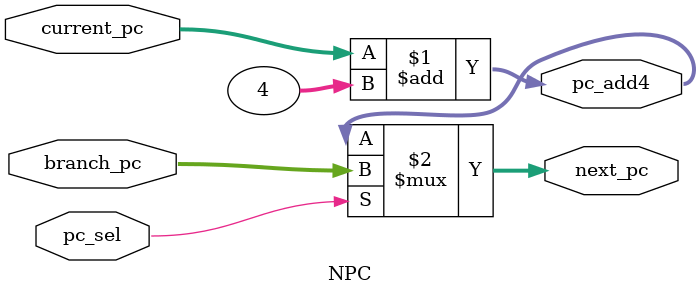
<source format=v>
module NPC (
    input  [31:0] current_pc,
    input  [31:0] branch_pc ,
    input         pc_sel    ,
    output [31:0] next_pc   ,
    output [31:0] pc_add4    
);
assign pc_add4 = current_pc + 32'd4;
assign next_pc = (pc_sel) ? branch_pc : pc_add4;

endmodule

</source>
